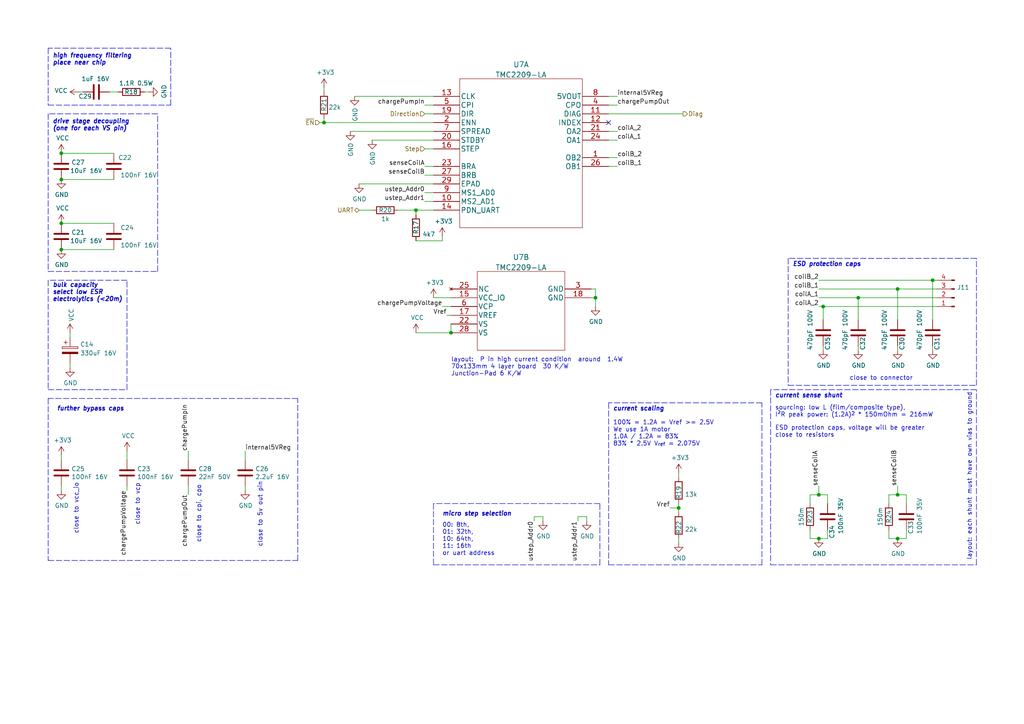
<source format=kicad_sch>
(kicad_sch (version 20211123) (generator eeschema)
  (paper "A4")
  (lib_symbols
    (symbol "Connector:Conn_01x04_Male" (pin_names (offset 1.016) hide)
      (property "Reference" "J" (at 0 5.08 0))
      (property "Value" "Conn_01x04_Male" (at 0 -7.62 0))
      (symbol "Conn_01x04_Male_1_1"
        (polyline (pts (xy 1.27 -5.08) (xy 0.8636 -5.08)) (stroke (width 0.1524)))
        (polyline (pts (xy 1.27 -2.54) (xy 0.8636 -2.54)) (stroke (width 0.1524)))
        (polyline (pts (xy 1.27 0) (xy 0.8636 0)) (stroke (width 0.1524)))
        (polyline (pts (xy 1.27 2.54) (xy 0.8636 2.54)) (stroke (width 0.1524)))
        (rectangle (start 0.8636 -4.953) (end 0 -5.207) (stroke (width 0.1524)) (fill (type outline)))
        (rectangle (start 0.8636 -2.413) (end 0 -2.667) (stroke (width 0.1524)) (fill (type outline)))
        (rectangle (start 0.8636 0.127) (end 0 -0.127) (stroke (width 0.1524)) (fill (type outline)))
        (rectangle (start 0.8636 2.667) (end 0 2.413) (stroke (width 0.1524)) (fill (type outline)))
        (pin passive line (at 5.08 2.54 180) (length 3.81) (name "Pin_1") (number "1"))
        (pin passive line (at 5.08 0 180) (length 3.81) (name "Pin_2") (number "2"))
        (pin passive line (at 5.08 -2.54 180) (length 3.81) (name "Pin_3") (number "3"))
        (pin passive line (at 5.08 -5.08 180) (length 3.81) (name "Pin_4") (number "4"))
      )
    )
    (symbol "Device:C" (pin_numbers hide) (pin_names (offset 0.254))
      (property "Reference" "C" (at 0.635 2.54 0))
      (property "Value" "C" (at 0.635 -2.54 0))
      (symbol "C_0_1"
        (polyline (pts (xy -2.032 -0.762) (xy 2.032 -0.762)) (stroke (width 0.508)))
        (polyline (pts (xy -2.032 0.762) (xy 2.032 0.762)) (stroke (width 0.508)))
      )
      (symbol "C_1_1"
        (pin passive line (at 0 3.81 270) (length 2.794) (name "~") (number "1"))
        (pin passive line (at 0 -3.81 90) (length 2.794) (name "~") (number "2"))
      )
    )
    (symbol "Device:C_Polarized" (pin_numbers hide) (pin_names (offset 0.254))
      (property "Reference" "C" (at 0.635 2.54 0))
      (property "Value" "C_Polarized" (at 0.635 -2.54 0))
      (symbol "C_Polarized_0_1"
        (rectangle (start -2.286 0.508) (end 2.286 1.016))
        (polyline (pts (xy -1.778 2.286) (xy -0.762 2.286)))
        (polyline (pts (xy -1.27 2.794) (xy -1.27 1.778)))
        (rectangle (start 2.286 -0.508) (end -2.286 -1.016) (fill (type outline)))
      )
      (symbol "C_Polarized_1_1"
        (pin passive line (at 0 3.81 270) (length 2.794) (name "~") (number "1"))
        (pin passive line (at 0 -3.81 90) (length 2.794) (name "~") (number "2"))
      )
    )
    (symbol "Device:R" (pin_numbers hide) (pin_names (offset 0))
      (property "Reference" "R" (at 2.032 0 90))
      (property "Value" "R" (at 0 0 90))
      (symbol "R_0_1"
        (rectangle (start -1.016 -2.54) (end 1.016 2.54) (stroke (width 0.254)))
      )
      (symbol "R_1_1"
        (pin passive line (at 0 3.81 270) (length 1.27) (name "~") (number "1"))
        (pin passive line (at 0 -3.81 90) (length 1.27) (name "~") (number "2"))
      )
    )
    (symbol "extraSymbols:TMC2209-LA" (pin_names (offset 0.254))
      (property "Reference" "U" (at 25.4 10.16 0))
      (property "Value" "TMC2209-LA" (at 25.4 7.62 0))
      (property "Datasheet" "https://www.trinamic.com/fileadmin/assets/Products/ICs_Documents/TMC2209_Datasheet_V103.pdf" (at 0 0 0))
      (symbol "TMC2209-LA_1_1"
        (polyline (pts (xy 7.62 -38.1) (xy 43.18 -38.1)) (stroke (width 0.127)) (fill (type background)))
        (polyline (pts (xy 7.62 5.08) (xy 7.62 -38.1)) (stroke (width 0.127)) (fill (type background)))
        (polyline (pts (xy 43.18 -38.1) (xy 43.18 5.08)) (stroke (width 0.127)) (fill (type background)))
        (polyline (pts (xy 43.18 5.08) (xy 7.62 5.08)) (stroke (width 0.127)))
        (pin output line (at 50.8 -17.78 180) (length 7.62) (name "OB2") (number "1"))
        (pin input line (at 0 -30.48 0) (length 7.62) (name "MS2_AD1") (number "10"))
        (pin output line (at 50.8 -5.08 180) (length 7.62) (name "DIAG") (number "11"))
        (pin output line (at 50.8 -7.62 180) (length 7.62) (name "INDEX") (number "12"))
        (pin input line (at 0 0 0) (length 7.62) (name "CLK") (number "13"))
        (pin bidirectional line (at 0 -33.02 0) (length 7.62) (name "PDN_UART") (number "14"))
        (pin input line (at 0 -15.24 0) (length 7.62) (name "STEP") (number "16"))
        (pin passive line (at 0 -5.08 0) (length 7.62) (name "DIR") (number "19"))
        (pin input line (at 0 -7.62 0) (length 7.62) (name "ENN") (number "2"))
        (pin input line (at 0 -12.7 0) (length 7.62) (name "STDBY") (number "20"))
        (pin output line (at 50.8 -10.16 180) (length 7.62) (name "OA2") (number "21"))
        (pin passive line (at 0 -20.32 0) (length 7.62) (name "BRA") (number "23"))
        (pin output line (at 50.8 -12.7 180) (length 7.62) (name "OA1") (number "24"))
        (pin output line (at 50.8 -20.32 180) (length 7.62) (name "OB1") (number "26"))
        (pin passive line (at 0 -22.86 0) (length 7.62) (name "BRB") (number "27"))
        (pin passive line (at 0 -25.4 0) (length 7.62) (name "EPAD") (number "29"))
        (pin output line (at 50.8 -2.54 180) (length 7.62) (name "CPO") (number "4"))
        (pin input line (at 0 -2.54 0) (length 7.62) (name "CPI") (number "5"))
        (pin input line (at 0 -10.16 0) (length 7.62) (name "SPREAD") (number "7"))
        (pin output line (at 50.8 0 180) (length 7.62) (name "5VOUT") (number "8"))
        (pin input line (at 0 -27.94 0) (length 7.62) (name "MS1_AD0") (number "9"))
      )
      (symbol "TMC2209-LA_2_1"
        (polyline (pts (xy 7.62 -17.78) (xy 33.02 -17.78)) (stroke (width 0.127)))
        (polyline (pts (xy 7.62 5.08) (xy 7.62 -17.78)) (stroke (width 0.127)))
        (polyline (pts (xy 33.02 -17.78) (xy 33.02 5.08)) (stroke (width 0.127)))
        (polyline (pts (xy 33.02 5.08) (xy 7.62 5.08)) (stroke (width 0.127)))
        (pin power_in line (at 0 -2.54 0) (length 7.62) (name "VCC_IO") (number "15"))
        (pin input line (at 0 -7.62 0) (length 7.62) (name "VREF") (number "17"))
        (pin power_in line (at 40.64 -2.54 180) (length 7.62) (name "GND") (number "18"))
        (pin power_in line (at 0 -10.16 0) (length 7.62) (name "VS") (number "22"))
        (pin no_connect line (at 0 0 0) (length 7.62) (name "NC") (number "25"))
        (pin power_in line (at 0 -12.7 0) (length 7.62) (name "VS") (number "28"))
        (pin power_in line (at 40.64 0 180) (length 7.62) (name "GND") (number "3"))
        (pin passive line (at 0 -5.08 0) (length 7.62) (name "VCP") (number "6"))
      )
    )
    (symbol "power:+3V3" (power) (pin_names (offset 0))
      (property "Value" "+3V3" (at 0 3.556 0))
      (symbol "+3V3_0_1"
        (polyline (pts (xy -0.762 1.27) (xy 0 2.54)))
        (polyline (pts (xy 0 0) (xy 0 2.54)))
        (polyline (pts (xy 0 2.54) (xy 0.762 1.27)))
      )
      (symbol "+3V3_1_1"
        (pin power_in line (at 0 0 90) (length 0) hide (name "+3V3") (number "1"))
      )
    )
    (symbol "power:GND" (power) (pin_names (offset 0))
      (property "Value" "GND" (at 0 -3.81 0))
      (symbol "GND_0_1"
        (polyline (pts (xy 0 0) (xy 0 -1.27) (xy 1.27 -1.27) (xy 0 -2.54) (xy -1.27 -1.27) (xy 0 -1.27)))
      )
      (symbol "GND_1_1"
        (pin power_in line (at 0 0 270) (length 0) hide (name "GND") (number "1"))
      )
    )
    (symbol "power:VCC" (power) (pin_names (offset 0))
      (property "Value" "VCC" (at 0 3.81 0))
      (symbol "VCC_0_1"
        (polyline (pts (xy -0.762 1.27) (xy 0 2.54)))
        (polyline (pts (xy 0 0) (xy 0 2.54)))
        (polyline (pts (xy 0 2.54) (xy 0.762 1.27)))
      )
      (symbol "VCC_1_1"
        (pin power_in line (at 0 0 90) (length 0) hide (name "VCC") (number "1"))
      )
    )
  )
  (junction (at 120.65 60.96))
  (junction (at 17.78 64.77))
  (junction (at 237.49 143.51))
  (junction (at 17.78 52.07))
  (junction (at 237.49 156.21))
  (junction (at 17.78 72.39))
  (junction (at 260.35 83.82))
  (junction (at 248.92 86.36))
  (junction (at 93.98 35.56))
  (junction (at 260.35 143.51))
  (junction (at 238.76 88.9))
  (junction (at 17.78 44.45))
  (junction (at 130.81 96.52))
  (junction (at 172.72 86.36))
  (junction (at 270.51 81.28))
  (junction (at 260.35 156.21))
  (junction (at 196.85 147.32))
  (no_connect (at 176.53 35.56))
  (polyline (pts (xy 86.36 162.56) (xy 86.36 115.57)))
  (wire (pts (xy 179.07 38.1) (xy 176.53 38.1)))
  (polyline (pts (xy 223.52 113.03) (xy 223.52 163.83)))
  (wire (pts (xy 234.95 143.51) (xy 237.49 143.51)))
  (wire (pts (xy 17.78 72.39) (xy 33.02 72.39)))
  (polyline (pts (xy 13.97 33.02) (xy 13.97 78.74)))
  (wire (pts (xy 257.81 143.51) (xy 260.35 143.51)))
  (wire (pts (xy 196.85 147.32) (xy 194.31 147.32)))
  (wire (pts (xy 130.81 93.98) (xy 130.81 96.52)))
  (wire (pts (xy 179.07 27.94) (xy 176.53 27.94)))
  (wire (pts (xy 167.64 149.86) (xy 170.18 149.86)))
  (wire (pts (xy 262.89 156.21) (xy 260.35 156.21)))
  (polyline (pts (xy 228.6 74.93) (xy 228.6 111.76)))
  (wire (pts (xy 248.92 86.36) (xy 248.92 92.71)))
  (wire (pts (xy 123.19 48.26) (xy 125.73 48.26)))
  (polyline (pts (xy 173.99 163.83) (xy 173.99 146.05)))
  (wire (pts (xy 257.81 153.67) (xy 257.81 156.21)))
  (wire (pts (xy 238.76 88.9) (xy 271.78 88.9)))
  (polyline (pts (xy 13.97 78.74) (xy 45.72 78.74)))
  (wire (pts (xy 248.92 86.36) (xy 271.78 86.36)))
  (wire (pts (xy 123.19 50.8) (xy 125.73 50.8)))
  (polyline (pts (xy 86.36 115.57) (xy 13.97 115.57)))
  (wire (pts (xy 123.19 30.48) (xy 125.73 30.48)))
  (wire (pts (xy 17.78 133.35) (xy 17.78 132.08)))
  (wire (pts (xy 260.35 83.82) (xy 271.78 83.82)))
  (wire (pts (xy 270.51 92.71) (xy 270.51 81.28)))
  (wire (pts (xy 92.71 35.56) (xy 93.98 35.56)))
  (polyline (pts (xy 125.73 163.83) (xy 173.99 163.83)))
  (polyline (pts (xy 220.98 163.83) (xy 220.98 116.84)))
  (wire (pts (xy 170.18 149.86) (xy 170.18 151.13)))
  (wire (pts (xy 20.32 106.68) (xy 20.32 105.41)))
  (polyline (pts (xy 13.97 113.03) (xy 36.83 113.03)))
  (wire (pts (xy 71.12 130.81) (xy 71.12 133.35)))
  (wire (pts (xy 123.19 43.18) (xy 125.73 43.18)))
  (wire (pts (xy 128.27 69.85) (xy 128.27 68.58)))
  (wire (pts (xy 104.14 53.34) (xy 125.73 53.34)))
  (wire (pts (xy 176.53 33.02) (xy 198.12 33.02)))
  (wire (pts (xy 17.78 142.24) (xy 17.78 140.97)))
  (wire (pts (xy 120.65 96.52) (xy 130.81 96.52)))
  (wire (pts (xy 260.35 92.71) (xy 260.35 83.82)))
  (wire (pts (xy 248.92 100.33) (xy 248.92 101.6)))
  (wire (pts (xy 237.49 86.36) (xy 248.92 86.36)))
  (wire (pts (xy 54.61 130.81) (xy 54.61 133.35)))
  (wire (pts (xy 172.72 83.82) (xy 172.72 86.36)))
  (wire (pts (xy 240.03 156.21) (xy 237.49 156.21)))
  (polyline (pts (xy 45.72 33.02) (xy 13.97 33.02)))
  (wire (pts (xy 260.35 100.33) (xy 260.35 101.6)))
  (wire (pts (xy 179.07 48.26) (xy 176.53 48.26)))
  (wire (pts (xy 172.72 86.36) (xy 172.72 88.9)))
  (wire (pts (xy 237.49 156.21) (xy 234.95 156.21)))
  (polyline (pts (xy 45.72 78.74) (xy 45.72 33.02)))
  (wire (pts (xy 196.85 148.59) (xy 196.85 147.32)))
  (wire (pts (xy 33.02 64.77) (xy 17.78 64.77)))
  (polyline (pts (xy 283.21 111.76) (xy 283.21 74.93)))
  (wire (pts (xy 120.65 69.85) (xy 128.27 69.85)))
  (wire (pts (xy 237.49 143.51) (xy 240.03 143.51)))
  (polyline (pts (xy 13.97 81.28) (xy 13.97 113.03)))
  (wire (pts (xy 270.51 81.28) (xy 271.78 81.28)))
  (wire (pts (xy 130.81 86.36) (xy 125.73 86.36)))
  (wire (pts (xy 260.35 143.51) (xy 262.89 143.51)))
  (wire (pts (xy 54.61 140.97) (xy 54.61 143.51)))
  (wire (pts (xy 179.07 40.64) (xy 176.53 40.64)))
  (polyline (pts (xy 228.6 111.76) (xy 283.21 111.76)))
  (wire (pts (xy 129.54 91.44) (xy 130.81 91.44)))
  (wire (pts (xy 167.64 149.86) (xy 167.64 151.13)))
  (wire (pts (xy 120.65 62.23) (xy 120.65 60.96)))
  (wire (pts (xy 93.98 26.67) (xy 93.98 25.4)))
  (wire (pts (xy 102.87 27.94) (xy 125.73 27.94)))
  (wire (pts (xy 34.29 26.67) (xy 31.75 26.67)))
  (wire (pts (xy 125.73 58.42) (xy 123.19 58.42)))
  (wire (pts (xy 17.78 52.07) (xy 33.02 52.07)))
  (wire (pts (xy 71.12 140.97) (xy 71.12 142.24)))
  (polyline (pts (xy 36.83 81.28) (xy 13.97 81.28)))
  (polyline (pts (xy 13.97 13.97) (xy 13.97 30.48)))
  (wire (pts (xy 36.83 133.35) (xy 36.83 130.81)))
  (wire (pts (xy 260.35 140.97) (xy 260.35 143.51)))
  (polyline (pts (xy 13.97 162.56) (xy 86.36 162.56)))
  (wire (pts (xy 260.35 156.21) (xy 257.81 156.21)))
  (wire (pts (xy 237.49 81.28) (xy 270.51 81.28)))
  (wire (pts (xy 20.32 97.79) (xy 20.32 96.52)))
  (wire (pts (xy 234.95 143.51) (xy 234.95 146.05)))
  (wire (pts (xy 101.6 38.1) (xy 125.73 38.1)))
  (wire (pts (xy 128.27 88.9) (xy 130.81 88.9)))
  (wire (pts (xy 238.76 101.6) (xy 238.76 100.33)))
  (wire (pts (xy 238.76 92.71) (xy 238.76 88.9)))
  (wire (pts (xy 257.81 143.51) (xy 257.81 146.05)))
  (wire (pts (xy 33.02 44.45) (xy 17.78 44.45)))
  (wire (pts (xy 179.07 30.48) (xy 176.53 30.48)))
  (wire (pts (xy 196.85 138.43) (xy 196.85 137.16)))
  (wire (pts (xy 43.18 26.67) (xy 41.91 26.67)))
  (wire (pts (xy 24.13 26.67) (xy 22.86 26.67)))
  (polyline (pts (xy 36.83 113.03) (xy 36.83 81.28)))
  (polyline (pts (xy 223.52 163.83) (xy 283.21 163.83)))
  (wire (pts (xy 234.95 153.67) (xy 234.95 156.21)))
  (polyline (pts (xy 49.53 30.48) (xy 49.53 13.97)))
  (wire (pts (xy 104.14 60.96) (xy 107.95 60.96)))
  (wire (pts (xy 171.45 86.36) (xy 172.72 86.36)))
  (wire (pts (xy 237.49 143.51) (xy 237.49 140.97)))
  (wire (pts (xy 237.49 83.82) (xy 260.35 83.82)))
  (polyline (pts (xy 283.21 163.83) (xy 283.21 113.03)))
  (wire (pts (xy 115.57 60.96) (xy 120.65 60.96)))
  (polyline (pts (xy 13.97 30.48) (xy 49.53 30.48)))
  (polyline (pts (xy 176.53 116.84) (xy 176.53 163.83)))
  (wire (pts (xy 154.94 149.86) (xy 157.48 149.86)))
  (wire (pts (xy 196.85 157.48) (xy 196.85 156.21)))
  (wire (pts (xy 262.89 153.67) (xy 262.89 156.21)))
  (wire (pts (xy 36.83 142.24) (xy 36.83 140.97)))
  (wire (pts (xy 93.98 35.56) (xy 125.73 35.56)))
  (wire (pts (xy 171.45 83.82) (xy 172.72 83.82)))
  (polyline (pts (xy 173.99 146.05) (xy 125.73 146.05)))
  (polyline (pts (xy 220.98 116.84) (xy 176.53 116.84)))
  (wire (pts (xy 179.07 45.72) (xy 176.53 45.72)))
  (wire (pts (xy 154.94 149.86) (xy 154.94 151.13)))
  (polyline (pts (xy 176.53 163.83) (xy 220.98 163.83)))
  (wire (pts (xy 93.98 35.56) (xy 93.98 34.29)))
  (polyline (pts (xy 283.21 74.93) (xy 228.6 74.93)))
  (polyline (pts (xy 13.97 115.57) (xy 13.97 162.56)))
  (wire (pts (xy 123.19 33.02) (xy 125.73 33.02)))
  (wire (pts (xy 120.65 60.96) (xy 125.73 60.96)))
  (wire (pts (xy 240.03 143.51) (xy 240.03 146.05)))
  (wire (pts (xy 125.73 55.88) (xy 123.19 55.88)))
  (wire (pts (xy 157.48 149.86) (xy 157.48 151.13)))
  (polyline (pts (xy 283.21 113.03) (xy 223.52 113.03)))
  (wire (pts (xy 270.51 100.33) (xy 270.51 101.6)))
  (wire (pts (xy 237.49 88.9) (xy 238.76 88.9)))
  (polyline (pts (xy 125.73 146.05) (xy 125.73 163.83)))
  (polyline (pts (xy 49.53 13.97) (xy 13.97 13.97)))
  (wire (pts (xy 240.03 153.67) (xy 240.03 156.21)))
  (wire (pts (xy 262.89 143.51) (xy 262.89 146.05)))
  (wire (pts (xy 196.85 146.05) (xy 196.85 147.32)))
  (wire (pts (xy 107.95 40.64) (xy 125.73 40.64)))
  (text "layout: each shunt must have own vias to ground" (at 281.94 162.56 90) (effects (font (size 1.27 1.27)) (justify left bottom)))
  (text "100% = 1.2A = Vref >= 2.5V\nWe use 1A motor \n1.0A / 1.2A = 83%\n83% * 2.5V V_{ref} = 2.075V" (at 177.8 129.54 0) (effects (font (size 1.27 1.27)) (justify left bottom)))
  (text "close to connector" (at 246.38 110.49 0) (effects (font (size 1.27 1.27)) (justify left bottom)))
  (text "close to vcc_io" (at 22.86 154.94 90) (effects (font (size 1.27 1.27)) (justify left bottom)))
  (text "bulk capacity\nselect low ESR \nelectrolytics (<20m)" (at 15.24 87.63 0) (effects (font (size 1.27 1.27) (thickness 0.254) bold italic) (justify left bottom)))
  (text "drive stage decoupling \n(one for each VS pin)" (at 15.24 38.1 0) (effects (font (size 1.27 1.27) (thickness 0.254) bold italic) (justify left bottom)))
  (text "current scaling" (at 177.8 119.38 0) (effects (font (size 1.27 1.27) (thickness 0.254) bold italic) (justify left bottom)))
  (text "further bypass caps" (at 16.51 119.38 0) (effects (font (size 1.27 1.27) bold italic) (justify left bottom)))
  (text "micro step selection" (at 128.27 149.86 0) (effects (font (size 1.27 1.27) bold italic) (justify left bottom)))
  (text "ESD protection caps, voltage will be greater\nclose to resistors" (at 224.79 127 0) (effects (font (size 1.27 1.27)) (justify left bottom)))
  (text "sourcing: low L (film/composite type), \nI²R peak power: (1.2A)^{2} * 150mOhm = 216mW \n\n" (at 224.79 123.19 0) (effects (font (size 1.27 1.27)) (justify left bottom)))
  (text "close to vcp" (at 40.64 152.4 90) (effects (font (size 1.27 1.27)) (justify left bottom)))
  (text "current sense shunt" (at 224.79 115.57 0) (effects (font (size 1.27 1.27) (thickness 0.254) bold italic) (justify left bottom)))
  (text "close to cpi, cpo" (at 58.42 157.48 90) (effects (font (size 1.27 1.27)) (justify left bottom)))
  (text "00: 8th, \n01: 32th, \n10: 64th, \n11: 16th\nor uart address" (at 128.27 161.29 0) (effects (font (size 1.27 1.27)) (justify left bottom)))
  (text "ESD protection caps" (at 229.87 77.47 0) (effects (font (size 1.27 1.27) (thickness 0.254) bold italic) (justify left bottom)))
  (text "layout:  P in high current condition  around  1.4W\n70x133mm 4 layer board  30 K/W\nJunction-Pad 6 K/W" (at 130.81 109.22 0) (effects (font (size 1.27 1.27)) (justify left bottom)))
  (text "high frequency filtering\nplace near chip" (at 15.24 19.05 0) (effects (font (size 1.27 1.27) (thickness 0.254) bold italic) (justify left bottom)))
  (text "close to 5v out pin" (at 76.2 158.75 90) (effects (font (size 1.27 1.27)) (justify left bottom)))
  (label "Vref" (at 194.31 147.32 180))
  (label "chargePumpVoltage" (at 128.27 88.9 180))
  (label "chargePumpOut" (at 54.61 143.51 270))
  (label "coilB_1" (at 179.07 48.26 0))
  (label "chargePumpIn" (at 54.61 130.81 90))
  (label "coilA_1" (at 179.07 40.64 0))
  (label "coilB_2" (at 237.49 81.28 180))
  (label "ustep_Addr0" (at 154.94 151.13 270))
  (label "Vref" (at 129.54 91.44 180))
  (label "chargePumpVoltage" (at 36.83 142.24 270))
  (label "senseCoilA" (at 123.19 48.26 180))
  (label "coilA_1" (at 237.49 86.36 180))
  (label "internal5VReg" (at 179.07 27.94 0))
  (label "coilA_2" (at 237.49 88.9 180))
  (label "coilB_1" (at 237.49 83.82 180))
  (label "ustep_Addr0" (at 123.19 55.88 180))
  (label "coilA_2" (at 179.07 38.1 0))
  (label "coilB_2" (at 179.07 45.72 0))
  (label "internal5VReg" (at 71.12 130.81 0))
  (label "chargePumpOut" (at 179.07 30.48 0))
  (label "ustep_Addr1" (at 167.64 151.13 270))
  (label "ustep_Addr1" (at 123.19 58.42 180))
  (label "senseCoilB" (at 123.19 50.8 180))
  (label "senseCoilB" (at 260.35 140.97 90))
  (label "chargePumpIn" (at 123.19 30.48 180))
  (label "senseCoilA" (at 237.49 140.97 90))
  (hierarchical_label "~{EN}" (shape input) (at 92.71 35.56 180))
  (hierarchical_label "Diag" (shape output) (at 198.12 33.02 0))
  (hierarchical_label "Direction" (shape input) (at 123.19 33.02 180))
  (hierarchical_label "UART" (shape bidirectional) (at 104.14 60.96 180))
  (hierarchical_label "Step" (shape input) (at 123.19 43.18 180))
  (symbol (lib_id "Connector:Conn_01x04_Male") (at 276.86 86.36 180) (unit 1)
    (property "Reference" "J11" (at 277.5712 83.3628 0) (effects (justify right)))
    (property "Value" "Stepper" (effects hide))
    (property "Footprint" "Connector_JST:JST_XH_B4B-XH-A_1x04_P2.50mm_Vertical" (effects hide))
  )
  (symbol (lib_id "Device:C") (at 54.61 137.16 0) (unit 1)
    (property "Reference" "C28" (at 57.531 135.9916 0) (effects (justify left)))
    (property "Value" "22nF 50V" (at 57.531 138.303 0) (effects (justify left)))
    (property "Footprint" "Capacitor_SMD:C_0603_1608Metric" (effects hide))
  )
  (symbol (lib_id "power:GND") (at 172.72 88.9 0) (unit 1)
    (property "Reference" "#PWR073" (effects hide))
    (property "Value" "GND" (at 172.847 93.2942 0))
  )
  (symbol (lib_id "Device:C") (at 36.83 137.16 0) (unit 1)
    (property "Reference" "C23" (at 39.751 135.9916 0) (effects (justify left)))
    (property "Value" "100nF 16V" (at 39.751 138.303 0) (effects (justify left)))
    (property "Footprint" "Capacitor_SMD:C_0603_1608Metric" (effects hide))
  )
  (symbol (lib_id "Device:C") (at 71.12 137.16 0) (unit 1)
    (property "Reference" "C26" (at 74.041 135.9916 0) (effects (justify left)))
    (property "Value" "2.2uF 16V" (at 74.041 138.303 0) (effects (justify left)))
    (property "Footprint" "Capacitor_SMD:C_0603_1608Metric" (effects hide))
  )
  (symbol (lib_id "power:GND") (at 71.12 142.24 0) (unit 1)
    (property "Reference" "#PWR085" (effects hide))
    (property "Value" "GND" (at 71.247 146.6342 0))
  )
  (symbol (lib_id "Device:R") (at 234.95 149.86 180) (unit 1)
    (property "Reference" "R23" (at 234.95 149.86 90))
    (property "Value" "150m" (at 232.41 149.86 90))
    (property "Footprint" "Resistor_SMD:R_0612_1632Metric" (effects hide))
  )
  (symbol (lib_id "power:GND") (at 104.14 53.34 0) (unit 1)
    (property "Reference" "#PWR068" (effects hide))
    (property "Value" "GND" (at 104.267 57.7342 0))
  )
  (symbol (lib_id "Device:C") (at 17.78 137.16 0) (unit 1)
    (property "Reference" "C25" (at 20.701 135.9916 0) (effects (justify left)))
    (property "Value" "100nF 16V" (at 20.701 138.303 0) (effects (justify left)))
    (property "Footprint" "Capacitor_SMD:C_0603_1608Metric" (effects hide))
  )
  (symbol (lib_id "power:GND") (at 17.78 142.24 0) (unit 1)
    (property "Reference" "#PWR084" (effects hide))
    (property "Value" "GND" (at 17.907 146.6342 0))
  )
  (symbol (lib_id "power:GND") (at 107.95 40.64 0) (unit 1)
    (property "Reference" "#PWR065" (effects hide))
    (property "Value" "GND" (at 108.077 43.8912 90) (effects (justify right)))
  )
  (symbol (lib_id "power:GND") (at 237.49 156.21 0) (unit 1)
    (property "Reference" "#PWR088" (effects hide))
    (property "Value" "GND" (at 237.617 160.6042 0))
  )
  (symbol (lib_id "Device:C") (at 240.03 149.86 0) (unit 1)
    (property "Reference" "C34" (at 241.3 156.21 90) (effects (justify left)))
    (property "Value" "100nF 35V" (at 243.84 154.94 90) (effects (justify left)))
    (property "Footprint" "Capacitor_SMD:C_0603_1608Metric" (effects hide))
  )
  (symbol (lib_id "Device:R") (at 257.81 149.86 180) (unit 1)
    (property "Reference" "R24" (at 257.81 149.86 90))
    (property "Value" "150m" (at 255.27 149.86 90))
    (property "Footprint" "Resistor_SMD:R_0612_1632Metric" (effects hide))
  )
  (symbol (lib_id "power:GND") (at 260.35 156.21 0) (unit 1)
    (property "Reference" "#PWR089" (effects hide))
    (property "Value" "GND" (at 260.477 160.6042 0))
  )
  (symbol (lib_id "Device:C") (at 262.89 149.86 0) (unit 1)
    (property "Reference" "C33" (at 264.16 154.94 90) (effects (justify left)))
    (property "Value" "100nF 35V" (at 266.7 154.94 90) (effects (justify left)))
    (property "Footprint" "Capacitor_SMD:C_0603_1608Metric" (effects hide))
  )
  (symbol (lib_id "Device:C") (at 238.76 96.52 0) (unit 1)
    (property "Reference" "C35" (at 240.03 101.6 90) (effects (justify left)))
    (property "Value" "470pF 100V" (at 234.95 101.6 90) (effects (justify left)))
    (property "Footprint" "Capacitor_SMD:C_0603_1608Metric" (effects hide))
  )
  (symbol (lib_id "Device:C") (at 248.92 96.52 0) (unit 1)
    (property "Reference" "C32" (at 250.19 101.6 90) (effects (justify left)))
    (property "Value" "470pF 100V" (at 245.11 101.6 90) (effects (justify left)))
    (property "Footprint" "Capacitor_SMD:C_0603_1608Metric" (effects hide))
  )
  (symbol (lib_id "Device:C") (at 260.35 96.52 0) (unit 1)
    (property "Reference" "C30" (at 261.62 101.6 90) (effects (justify left)))
    (property "Value" "470pF 100V" (at 256.54 101.6 90) (effects (justify left)))
    (property "Footprint" "Capacitor_SMD:C_0603_1608Metric" (effects hide))
  )
  (symbol (lib_id "Device:C") (at 270.51 96.52 0) (unit 1)
    (property "Reference" "C31" (at 271.78 101.6 90) (effects (justify left)))
    (property "Value" "470pF 100V" (at 266.7 101.6 90) (effects (justify left)))
    (property "Footprint" "Capacitor_SMD:C_0603_1608Metric" (effects hide))
  )
  (symbol (lib_id "power:GND") (at 238.76 101.6 0) (unit 1)
    (property "Reference" "#PWR076" (effects hide))
    (property "Value" "GND" (at 238.887 105.9942 0))
  )
  (symbol (lib_id "power:GND") (at 248.92 101.6 0) (unit 1)
    (property "Reference" "#PWR077" (effects hide))
    (property "Value" "GND" (at 249.047 105.9942 0))
  )
  (symbol (lib_id "power:GND") (at 260.35 101.6 0) (unit 1)
    (property "Reference" "#PWR078" (effects hide))
    (property "Value" "GND" (at 260.477 105.9942 0))
  )
  (symbol (lib_id "power:GND") (at 270.51 101.6 0) (unit 1)
    (property "Reference" "#PWR079" (effects hide))
    (property "Value" "GND" (at 270.637 105.9942 0))
  )
  (symbol (lib_id "Device:C") (at 33.02 48.26 0) (unit 1)
    (property "Reference" "C22" (at 34.29 45.72 0) (effects (justify left)))
    (property "Value" "100nF 16V" (at 34.925 50.8 0) (effects (justify left)))
    (property "Footprint" "Capacitor_SMD:C_0603_1608Metric" (effects hide))
  )
  (symbol (lib_id "Device:C") (at 17.78 48.26 0) (unit 1)
    (property "Reference" "C27" (at 20.701 47.0916 0) (effects (justify left)))
    (property "Value" "10uF 16V" (at 20.32 49.53 0) (effects (justify left)))
    (property "Footprint" "Capacitor_SMD:C_1206_3216Metric" (effects hide))
  )
  (symbol (lib_id "Device:C") (at 27.94 26.67 90) (unit 1)
    (property "Reference" "C29" (at 26.67 27.94 90) (effects (justify left)))
    (property "Value" "1uF 16V" (at 31.75 22.86 90) (effects (justify left)))
    (property "Footprint" "Capacitor_SMD:C_0603_1608Metric" (effects hide))
  )
  (symbol (lib_id "Device:R") (at 38.1 26.67 90) (unit 1)
    (property "Reference" "R18" (at 40.005 26.67 90) (effects (justify left)))
    (property "Value" "1.1R 0.5W" (at 44.45 24.13 90) (effects (justify left)))
    (property "Footprint" "Resistor_SMD:R_0805_2012Metric" (effects hide))
  )
  (symbol (lib_id "Device:R") (at 93.98 30.48 0) (unit 1)
    (property "Reference" "R21" (at 93.98 32.385 90) (effects (justify left)))
    (property "Value" "22k" (at 95.25 31.115 0) (effects (justify left)))
    (property "Footprint" "Resistor_SMD:R_0603_1608Metric" (effects hide))
  )
  (symbol (lib_id "power:GND") (at 17.78 52.07 0) (unit 1)
    (property "Reference" "#PWR067" (effects hide))
    (property "Value" "GND" (at 17.907 56.4642 0))
  )
  (symbol (lib_id "power:VCC") (at 17.78 44.45 0) (unit 1)
    (property "Reference" "#PWR066" (effects hide))
    (property "Value" "VCC" (at 18.161 40.0558 0))
  )
  (symbol (lib_id "power:VCC") (at 17.78 64.77 0) (unit 1)
    (property "Reference" "#PWR069" (effects hide))
    (property "Value" "VCC" (at 18.161 60.3758 0))
  )
  (symbol (lib_id "power:VCC") (at 36.83 130.81 0) (unit 1)
    (property "Reference" "#PWR081" (effects hide))
    (property "Value" "VCC" (at 37.211 126.4158 0))
  )
  (symbol (lib_id "power:VCC") (at 120.65 96.52 0) (unit 1)
    (property "Reference" "#PWR075" (effects hide))
    (property "Value" "VCC" (at 121.031 92.1258 0))
  )
  (symbol (lib_id "power:+3V3") (at 125.73 86.36 0) (unit 1)
    (property "Reference" "#PWR072" (effects hide))
    (property "Value" "+3V3" (at 126.111 81.9658 0))
  )
  (symbol (lib_id "power:+3V3") (at 17.78 132.08 0) (unit 1)
    (property "Reference" "#PWR082" (effects hide))
    (property "Value" "+3V3" (at 18.161 127.6858 0))
  )
  (symbol (lib_id "Device:R") (at 120.65 66.04 0) (unit 1)
    (property "Reference" "R17" (at 120.65 67.945 90) (effects (justify left)))
    (property "Value" "4k7" (at 122.555 67.945 0) (effects (justify left)))
    (property "Footprint" "Resistor_SMD:R_0603_1608Metric" (effects hide))
  )
  (symbol (lib_id "Device:C") (at 33.02 68.58 0) (unit 1)
    (property "Reference" "C24" (at 34.925 66.04 0) (effects (justify left)))
    (property "Value" "100nF 16V" (at 34.925 71.12 0) (effects (justify left)))
    (property "Footprint" "Capacitor_SMD:C_0603_1608Metric" (effects hide))
  )
  (symbol (lib_id "Device:C") (at 17.78 68.58 0) (unit 1)
    (property "Reference" "C21" (at 20.701 67.4116 0) (effects (justify left)))
    (property "Value" "10uF 16V" (at 20.32 69.85 0) (effects (justify left)))
    (property "Footprint" "Capacitor_SMD:C_1206_3216Metric" (effects hide))
  )
  (symbol (lib_id "power:GND") (at 17.78 72.39 0) (unit 1)
    (property "Reference" "#PWR071" (effects hide))
    (property "Value" "GND" (at 17.907 76.7842 0))
  )
  (symbol (lib_id "power:+3V3") (at 93.98 25.4 0) (unit 1)
    (property "Reference" "#PWR060" (effects hide))
    (property "Value" "+3V3" (at 94.361 21.0058 0))
  )
  (symbol (lib_id "power:GND") (at 43.18 26.67 90) (unit 1)
    (property "Reference" "#PWR062" (effects hide))
    (property "Value" "GND" (at 47.5742 26.543 0))
  )
  (symbol (lib_id "Device:R") (at 111.76 60.96 270) (unit 1)
    (property "Reference" "R20" (at 111.76 60.96 90))
    (property "Value" "1k" (at 111.76 63.5 90))
    (property "Footprint" "Resistor_SMD:R_0603_1608Metric" (effects hide))
  )
  (symbol (lib_id "power:GND") (at 101.6 38.1 0) (unit 1)
    (property "Reference" "#PWR064" (effects hide))
    (property "Value" "GND" (at 101.727 41.3512 90) (effects (justify right)))
  )
  (symbol (lib_id "power:GND") (at 102.87 27.94 0) (unit 1)
    (property "Reference" "#PWR063" (effects hide))
    (property "Value" "GND" (at 102.997 31.1912 90) (effects (justify right)))
  )
  (symbol (lib_id "power:VCC") (at 22.86 26.67 90) (unit 1)
    (property "Reference" "#PWR061" (effects hide))
    (property "Value" "VCC" (at 19.6342 26.289 90) (effects (justify left)))
  )
  (symbol (lib_id "Device:R") (at 196.85 142.24 0) (unit 1)
    (property "Reference" "R19" (at 196.85 144.78 90) (effects (justify left)))
    (property "Value" "13k" (at 198.628 143.383 0) (effects (justify left)))
    (property "Footprint" "Resistor_SMD:R_0603_1608Metric" (effects hide))
  )
  (symbol (lib_id "power:+3V3") (at 196.85 137.16 0) (unit 1)
    (property "Reference" "#PWR083" (effects hide))
    (property "Value" "+3V3" (at 197.231 132.7658 0))
  )
  (symbol (lib_id "Device:R") (at 196.85 152.4 0) (unit 1)
    (property "Reference" "R22" (at 196.85 154.94 90) (effects (justify left)))
    (property "Value" "22k" (at 198.628 153.543 0) (effects (justify left)))
    (property "Footprint" "Resistor_SMD:R_0603_1608Metric" (effects hide))
  )
  (symbol (lib_id "power:GND") (at 196.85 157.48 0) (unit 1)
    (property "Reference" "#PWR090" (effects hide))
    (property "Value" "GND" (at 196.977 161.8742 0))
  )
  (symbol (lib_id "power:+3V3") (at 128.27 68.58 0) (unit 1)
    (property "Reference" "#PWR070" (effects hide))
    (property "Value" "+3V3" (at 128.651 64.1858 0))
  )
  (symbol (lib_id "power:VCC") (at 20.32 96.52 0) (unit 1)
    (property "Reference" "#PWR074" (effects hide))
    (property "Value" "VCC" (at 20.701 93.2942 90) (effects (justify left)))
  )
  (symbol (lib_id "power:GND") (at 20.32 106.68 0) (unit 1)
    (property "Reference" "#PWR080" (effects hide))
    (property "Value" "GND" (at 20.447 111.0742 0))
  )
  (symbol (lib_id "power:GND") (at 157.48 151.13 0) (unit 1)
    (property "Reference" "#PWR086" (effects hide))
    (property "Value" "GND" (at 157.607 155.5242 0))
  )
  (symbol (lib_id "power:GND") (at 170.18 151.13 0) (unit 1)
    (property "Reference" "#PWR087" (effects hide))
    (property "Value" "GND" (at 170.307 155.5242 0))
  )
  (symbol (lib_id "extraSymbols:TMC2209-LA") (at 125.73 27.94 0) (unit 1)
    (property "Reference" "U7" (at 151.13 18.7124 0) (effects (font (size 1.524 1.524))))
    (property "Value" "TMC2209-LA" (at 151.13 21.7058 0) (effects (font (size 1.524 1.524))))
    (property "Footprint" "Package_DFN_QFN:QFN-28-1EP_5x5mm_P0.5mm_EP3.35x3.35mm_ThermalVias" (effects hide))
    (property "Datasheet" "https://www.trinamic.com/fileadmin/assets/Products/ICs_Documents/TMC2209_Datasheet_V103.pdf" (effects hide))
  )
  (symbol (lib_id "Device:C_Polarized") (at 20.32 101.6 0) (unit 1)
    (property "Reference" "C14" (at 23.241 99.8763 0) (effects (justify left)))
    (property "Value" "330uF 16V" (at 23.241 102.4132 0) (effects (justify left)))
    (property "Footprint" "Capacitor_SMD:CP_Elec_10x10.5" (effects hide))
  )
  (symbol (lib_id "extraSymbols:TMC2209-LA") (at 130.81 83.82 0) (unit 2)
    (property "Reference" "U7" (at 151.13 74.5924 0) (effects (font (size 1.524 1.524))))
    (property "Value" "TMC2209-LA" (at 151.13 77.5858 0) (effects (font (size 1.524 1.524))))
    (property "Footprint" "Package_DFN_QFN:QFN-28-1EP_5x5mm_P0.5mm_EP3.35x3.35mm_ThermalVias" (effects hide))
    (property "Datasheet" "https://www.trinamic.com/fileadmin/assets/Products/ICs_Documents/TMC2209_Datasheet_V103.pdf" (effects hide))
  )
)
</source>
